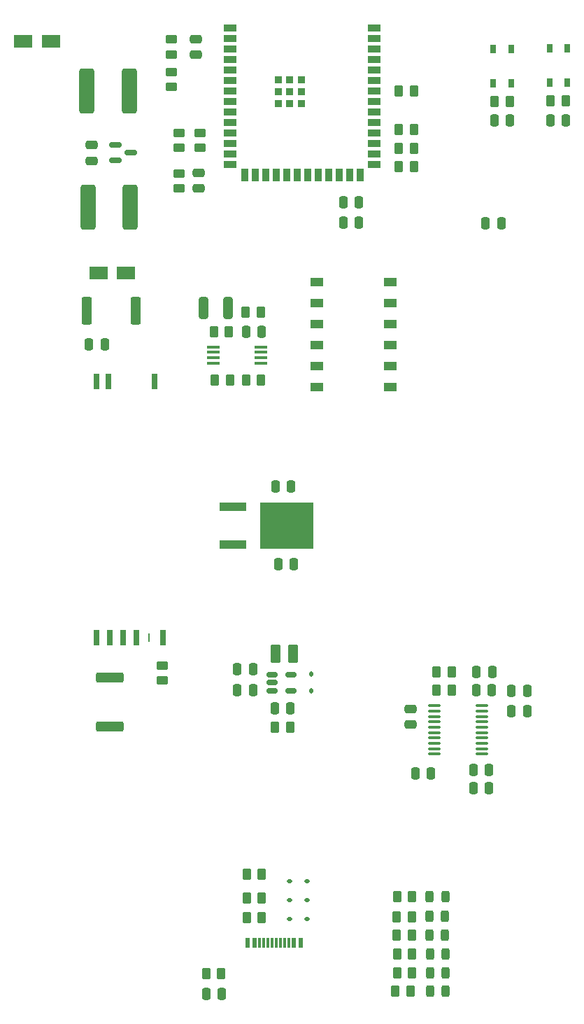
<source format=gbr>
%TF.GenerationSoftware,KiCad,Pcbnew,9.0.0*%
%TF.CreationDate,2025-04-11T15:06:13-04:00*%
%TF.ProjectId,Radiation3,52616469-6174-4696-9f6e-332e6b696361,rev?*%
%TF.SameCoordinates,Original*%
%TF.FileFunction,Paste,Top*%
%TF.FilePolarity,Positive*%
%FSLAX46Y46*%
G04 Gerber Fmt 4.6, Leading zero omitted, Abs format (unit mm)*
G04 Created by KiCad (PCBNEW 9.0.0) date 2025-04-11 15:06:13*
%MOMM*%
%LPD*%
G01*
G04 APERTURE LIST*
G04 Aperture macros list*
%AMRoundRect*
0 Rectangle with rounded corners*
0 $1 Rounding radius*
0 $2 $3 $4 $5 $6 $7 $8 $9 X,Y pos of 4 corners*
0 Add a 4 corners polygon primitive as box body*
4,1,4,$2,$3,$4,$5,$6,$7,$8,$9,$2,$3,0*
0 Add four circle primitives for the rounded corners*
1,1,$1+$1,$2,$3*
1,1,$1+$1,$4,$5*
1,1,$1+$1,$6,$7*
1,1,$1+$1,$8,$9*
0 Add four rect primitives between the rounded corners*
20,1,$1+$1,$2,$3,$4,$5,0*
20,1,$1+$1,$4,$5,$6,$7,0*
20,1,$1+$1,$6,$7,$8,$9,0*
20,1,$1+$1,$8,$9,$2,$3,0*%
G04 Aperture macros list end*
%ADD10RoundRect,0.250000X-0.262500X-0.450000X0.262500X-0.450000X0.262500X0.450000X-0.262500X0.450000X0*%
%ADD11RoundRect,0.250000X0.262500X0.450000X-0.262500X0.450000X-0.262500X-0.450000X0.262500X-0.450000X0*%
%ADD12RoundRect,0.250000X-0.250000X-0.475000X0.250000X-0.475000X0.250000X0.475000X-0.250000X0.475000X0*%
%ADD13R,0.760000X1.910000*%
%ADD14R,0.150000X1.000000*%
%ADD15RoundRect,0.112500X0.187500X0.112500X-0.187500X0.112500X-0.187500X-0.112500X0.187500X-0.112500X0*%
%ADD16RoundRect,0.150000X-0.587500X-0.150000X0.587500X-0.150000X0.587500X0.150000X-0.587500X0.150000X0*%
%ADD17R,3.302000X1.117600*%
%ADD18R,6.400800X5.689600*%
%ADD19R,2.260000X1.510000*%
%ADD20RoundRect,0.243750X0.243750X0.456250X-0.243750X0.456250X-0.243750X-0.456250X0.243750X-0.456250X0*%
%ADD21RoundRect,0.250000X0.450000X-0.262500X0.450000X0.262500X-0.450000X0.262500X-0.450000X-0.262500X0*%
%ADD22RoundRect,0.250000X-0.650000X-2.450000X0.650000X-2.450000X0.650000X2.450000X-0.650000X2.450000X0*%
%ADD23RoundRect,0.250000X-1.425000X0.362500X-1.425000X-0.362500X1.425000X-0.362500X1.425000X0.362500X0*%
%ADD24R,1.500000X0.449999*%
%ADD25RoundRect,0.250000X-0.450000X0.262500X-0.450000X-0.262500X0.450000X-0.262500X0.450000X0.262500X0*%
%ADD26RoundRect,0.250000X0.375000X0.850000X-0.375000X0.850000X-0.375000X-0.850000X0.375000X-0.850000X0*%
%ADD27RoundRect,0.250000X0.250000X0.475000X-0.250000X0.475000X-0.250000X-0.475000X0.250000X-0.475000X0*%
%ADD28RoundRect,0.250000X-0.475000X0.250000X-0.475000X-0.250000X0.475000X-0.250000X0.475000X0.250000X0*%
%ADD29RoundRect,0.250000X-0.362500X-1.425000X0.362500X-1.425000X0.362500X1.425000X-0.362500X1.425000X0*%
%ADD30R,0.650000X1.050000*%
%ADD31RoundRect,0.250000X0.312500X1.075000X-0.312500X1.075000X-0.312500X-1.075000X0.312500X-1.075000X0*%
%ADD32RoundRect,0.150000X-0.512500X-0.150000X0.512500X-0.150000X0.512500X0.150000X-0.512500X0.150000X0*%
%ADD33R,0.600000X1.150000*%
%ADD34R,0.300000X1.200000*%
%ADD35R,1.500000X1.100000*%
%ADD36RoundRect,0.250000X0.475000X-0.250000X0.475000X0.250000X-0.475000X0.250000X-0.475000X-0.250000X0*%
%ADD37R,1.500000X0.900000*%
%ADD38R,0.900000X1.500000*%
%ADD39R,0.900000X0.900000*%
%ADD40RoundRect,0.112500X0.112500X-0.187500X0.112500X0.187500X-0.112500X0.187500X-0.112500X-0.187500X0*%
%ADD41RoundRect,0.100000X-0.637500X-0.100000X0.637500X-0.100000X0.637500X0.100000X-0.637500X0.100000X0*%
G04 APERTURE END LIST*
D10*
%TO.C,R3*%
X63087508Y-105450000D03*
X64912508Y-105450000D03*
%TD*%
D11*
%TO.C,R30*%
X91900000Y-148825000D03*
X90075000Y-148825000D03*
%TD*%
D12*
%TO.C,C17*%
X78750000Y-92200000D03*
X80650000Y-92200000D03*
%TD*%
D13*
%TO.C,T1*%
X48912500Y-142405000D03*
X50512500Y-142405000D03*
X52112500Y-142405000D03*
X53712500Y-142405000D03*
D14*
X55282500Y-142405000D03*
D13*
X56912500Y-142405000D03*
X55942500Y-111475000D03*
X50342500Y-111475000D03*
X48912500Y-111435000D03*
%TD*%
D11*
%TO.C,R21*%
X87300000Y-85430000D03*
X85475000Y-85430000D03*
%TD*%
%TO.C,R12*%
X105712500Y-77500000D03*
X103887500Y-77500000D03*
%TD*%
D15*
%TO.C,D10*%
X74350000Y-174200000D03*
X72250000Y-174200000D03*
%TD*%
D16*
%TO.C,Q1*%
X51200000Y-82800000D03*
X51200000Y-84700000D03*
X53075000Y-83750000D03*
%TD*%
D11*
%TO.C,R26*%
X64012500Y-183100000D03*
X62187500Y-183100000D03*
%TD*%
D12*
%TO.C,C3*%
X48000000Y-107000000D03*
X49900000Y-107000000D03*
%TD*%
D17*
%TO.C,U2*%
X65371800Y-126639000D03*
D18*
X71925000Y-128925000D03*
D17*
X65371800Y-131211000D03*
%TD*%
D11*
%TO.C,R31*%
X91900000Y-146625000D03*
X90075000Y-146625000D03*
%TD*%
%TO.C,R13*%
X98912500Y-77600000D03*
X97087500Y-77600000D03*
%TD*%
D19*
%TO.C,D2*%
X40030000Y-70300000D03*
X43370000Y-70300000D03*
%TD*%
D12*
%TO.C,C8*%
X70573100Y-124125000D03*
X72473100Y-124125000D03*
%TD*%
D20*
%TO.C,D5*%
X91100000Y-176100000D03*
X89225000Y-176100000D03*
%TD*%
D11*
%TO.C,R23*%
X87312500Y-83230000D03*
X85487500Y-83230000D03*
%TD*%
D12*
%TO.C,C19*%
X94900000Y-146625000D03*
X96800000Y-146625000D03*
%TD*%
D21*
%TO.C,R9*%
X58900000Y-88112500D03*
X58900000Y-86287500D03*
%TD*%
D12*
%TO.C,C12*%
X65950000Y-146240000D03*
X67850000Y-146240000D03*
%TD*%
%TO.C,C25*%
X94500000Y-160625000D03*
X96400000Y-160625000D03*
%TD*%
D22*
%TO.C,C2*%
X47900000Y-90400000D03*
X53000000Y-90400000D03*
%TD*%
D11*
%TO.C,R16*%
X87062500Y-178400000D03*
X85237500Y-178400000D03*
%TD*%
D12*
%TO.C,C11*%
X97050000Y-79900000D03*
X98950000Y-79900000D03*
%TD*%
%TO.C,C24*%
X94500000Y-158425000D03*
X96400000Y-158425000D03*
%TD*%
D22*
%TO.C,C4*%
X47750000Y-76300000D03*
X52850000Y-76300000D03*
%TD*%
D11*
%TO.C,R14*%
X87112500Y-173800000D03*
X85287500Y-173800000D03*
%TD*%
D23*
%TO.C,R6*%
X50500000Y-147237500D03*
X50500000Y-153162500D03*
%TD*%
D24*
%TO.C,U1*%
X63000024Y-107275001D03*
X63000024Y-107924999D03*
X63000024Y-108575001D03*
X63000024Y-109224999D03*
X68799992Y-109224999D03*
X68799992Y-108575001D03*
X68799992Y-107924999D03*
X68799992Y-107275001D03*
%TD*%
D25*
%TO.C,R29*%
X58900000Y-81375000D03*
X58900000Y-83200000D03*
%TD*%
D11*
%TO.C,R27*%
X68912500Y-173900000D03*
X67087500Y-173900000D03*
%TD*%
D26*
%TO.C,L1*%
X72700000Y-144350000D03*
X70550000Y-144350000D03*
%TD*%
D15*
%TO.C,D12*%
X74350000Y-176500000D03*
X72250000Y-176500000D03*
%TD*%
D11*
%TO.C,R17*%
X87112500Y-180700000D03*
X85287500Y-180700000D03*
%TD*%
D12*
%TO.C,C16*%
X78750000Y-89740000D03*
X80650000Y-89740000D03*
%TD*%
D10*
%TO.C,R11*%
X70487500Y-153250000D03*
X72312500Y-153250000D03*
%TD*%
D11*
%TO.C,R24*%
X87300000Y-80930000D03*
X85475000Y-80930000D03*
%TD*%
D27*
%TO.C,C23*%
X89387500Y-158900000D03*
X87487500Y-158900000D03*
%TD*%
D20*
%TO.C,D6*%
X91087500Y-178400000D03*
X89212500Y-178400000D03*
%TD*%
D11*
%TO.C,R32*%
X68887500Y-171050000D03*
X67062500Y-171050000D03*
%TD*%
D25*
%TO.C,R25*%
X58000000Y-70087500D03*
X58000000Y-71912500D03*
%TD*%
D15*
%TO.C,D11*%
X74350000Y-171900000D03*
X72250000Y-171900000D03*
%TD*%
D28*
%TO.C,C18*%
X86887500Y-151050000D03*
X86887500Y-152950000D03*
%TD*%
D11*
%TO.C,R22*%
X68912500Y-176300000D03*
X67087500Y-176300000D03*
%TD*%
D19*
%TO.C,D1*%
X52495000Y-98300000D03*
X49155000Y-98300000D03*
%TD*%
D11*
%TO.C,R8*%
X87300000Y-76330000D03*
X85475000Y-76330000D03*
%TD*%
D29*
%TO.C,R4*%
X47700000Y-102900000D03*
X53625000Y-102900000D03*
%TD*%
D30*
%TO.C,S1*%
X105875000Y-71125000D03*
X105875000Y-75275000D03*
X103725000Y-71125000D03*
X103725000Y-75275000D03*
%TD*%
D11*
%TO.C,R15*%
X87087500Y-176200000D03*
X85262500Y-176200000D03*
%TD*%
D12*
%TO.C,C20*%
X94850000Y-148825000D03*
X96750000Y-148825000D03*
%TD*%
%TO.C,C26*%
X96000000Y-92300000D03*
X97900000Y-92300000D03*
%TD*%
%TO.C,C1*%
X67000008Y-105440000D03*
X68900008Y-105440000D03*
%TD*%
D31*
%TO.C,R7*%
X64812500Y-102550000D03*
X61887500Y-102550000D03*
%TD*%
D12*
%TO.C,C22*%
X99137500Y-151300000D03*
X101037500Y-151300000D03*
%TD*%
D11*
%TO.C,R18*%
X87112500Y-183000000D03*
X85287500Y-183000000D03*
%TD*%
D30*
%TO.C,S2*%
X99075000Y-71225000D03*
X99075000Y-75375000D03*
X96925000Y-71225000D03*
X96925000Y-75375000D03*
%TD*%
D32*
%TO.C,U3*%
X70125000Y-146950000D03*
X70125000Y-147900000D03*
X70125000Y-148850000D03*
X72400000Y-148850000D03*
X72400000Y-146950000D03*
%TD*%
D25*
%TO.C,R28*%
X61400000Y-81387500D03*
X61400000Y-83212500D03*
%TD*%
D12*
%TO.C,C13*%
X65950000Y-148750000D03*
X67850000Y-148750000D03*
%TD*%
D20*
%TO.C,D8*%
X91137500Y-183000000D03*
X89262500Y-183000000D03*
%TD*%
D28*
%TO.C,C5*%
X61300000Y-86200000D03*
X61300000Y-88100000D03*
%TD*%
%TO.C,C6*%
X48300000Y-82850000D03*
X48300000Y-84750000D03*
%TD*%
D12*
%TO.C,C9*%
X70873100Y-133525000D03*
X72773100Y-133525000D03*
%TD*%
D33*
%TO.C,J1*%
X67200000Y-179345000D03*
X68000000Y-179345000D03*
D34*
X69150000Y-179320000D03*
X70150000Y-179320000D03*
X70650000Y-179320000D03*
X71650000Y-179320000D03*
D33*
X73600000Y-179345000D03*
X72800000Y-179345000D03*
D34*
X72150000Y-179320000D03*
X71150000Y-179320000D03*
X69650000Y-179320000D03*
X68650000Y-179320000D03*
%TD*%
D35*
%TO.C,S3*%
X75537500Y-99450000D03*
X84437500Y-99450000D03*
X75537500Y-101990000D03*
X84437500Y-101990000D03*
X75537500Y-104530000D03*
X84437500Y-104530000D03*
X75537500Y-107070000D03*
X84437500Y-107070000D03*
X75537500Y-109610000D03*
X84437500Y-109610000D03*
X75537500Y-112150000D03*
X84437500Y-112150000D03*
%TD*%
D12*
%TO.C,C21*%
X99137500Y-148900000D03*
X101037500Y-148900000D03*
%TD*%
D11*
%TO.C,R2*%
X65037500Y-111300000D03*
X63212500Y-111300000D03*
%TD*%
D25*
%TO.C,R20*%
X58000000Y-73987500D03*
X58000000Y-75812500D03*
%TD*%
D11*
%TO.C,R19*%
X86912500Y-185200000D03*
X85087500Y-185200000D03*
%TD*%
D36*
%TO.C,C14*%
X60900000Y-71950000D03*
X60900000Y-70050000D03*
%TD*%
D20*
%TO.C,D7*%
X91137500Y-180700000D03*
X89262500Y-180700000D03*
%TD*%
%TO.C,D9*%
X91137500Y-185200000D03*
X89262500Y-185200000D03*
%TD*%
D11*
%TO.C,R5*%
X68812500Y-111300000D03*
X66987500Y-111300000D03*
%TD*%
D20*
%TO.C,D4*%
X91112500Y-173800000D03*
X89237500Y-173800000D03*
%TD*%
D37*
%TO.C,U4*%
X65050000Y-68680000D03*
X65050000Y-69950000D03*
X65050000Y-71220000D03*
X65050000Y-72490000D03*
X65050000Y-73760000D03*
X65050000Y-75030000D03*
X65050000Y-76300000D03*
X65050000Y-77570000D03*
X65050000Y-78840000D03*
X65050000Y-80110000D03*
X65050000Y-81380000D03*
X65050000Y-82650000D03*
X65050000Y-83920000D03*
X65050000Y-85190000D03*
D38*
X66815000Y-86440000D03*
X68085000Y-86440000D03*
X69355000Y-86440000D03*
X70625000Y-86440000D03*
X71895000Y-86440000D03*
X73165000Y-86440000D03*
X74435000Y-86440000D03*
X75705000Y-86440000D03*
X76975000Y-86440000D03*
X78245000Y-86440000D03*
X79515000Y-86440000D03*
X80785000Y-86440000D03*
D37*
X82550000Y-85190000D03*
X82550000Y-83920000D03*
X82550000Y-82650000D03*
X82550000Y-81380000D03*
X82550000Y-80110000D03*
X82550000Y-78840000D03*
X82550000Y-77570000D03*
X82550000Y-76300000D03*
X82550000Y-75030000D03*
X82550000Y-73760000D03*
X82550000Y-72490000D03*
X82550000Y-71220000D03*
X82550000Y-69950000D03*
X82550000Y-68680000D03*
D39*
X72300000Y-76400000D03*
X72300000Y-75000000D03*
X70900000Y-75000000D03*
X70900000Y-76400000D03*
X70900000Y-77800000D03*
X72300000Y-77800000D03*
X73700000Y-77800000D03*
X73700000Y-76400000D03*
X73700000Y-75000000D03*
%TD*%
D11*
%TO.C,R10*%
X68787500Y-103100000D03*
X66962500Y-103100000D03*
%TD*%
D25*
%TO.C,R1*%
X56850000Y-145812500D03*
X56850000Y-147637500D03*
%TD*%
D12*
%TO.C,C10*%
X103850000Y-79900000D03*
X105750000Y-79900000D03*
%TD*%
D27*
%TO.C,C7*%
X72350000Y-150950000D03*
X70450000Y-150950000D03*
%TD*%
D12*
%TO.C,C15*%
X62162500Y-185500000D03*
X64062500Y-185500000D03*
%TD*%
D40*
%TO.C,D3*%
X74900000Y-148900000D03*
X74900000Y-146800000D03*
%TD*%
D41*
%TO.C,U5*%
X89825000Y-150675000D03*
X89825000Y-151325000D03*
X89825000Y-151975000D03*
X89825000Y-152625000D03*
X89825000Y-153275000D03*
X89825000Y-153925000D03*
X89825000Y-154575000D03*
X89825000Y-155225000D03*
X89825000Y-155875000D03*
X89825000Y-156525000D03*
X95550000Y-156525000D03*
X95550000Y-155875000D03*
X95550000Y-155225000D03*
X95550000Y-154575000D03*
X95550000Y-153925000D03*
X95550000Y-153275000D03*
X95550000Y-152625000D03*
X95550000Y-151975000D03*
X95550000Y-151325000D03*
X95550000Y-150675000D03*
%TD*%
M02*

</source>
